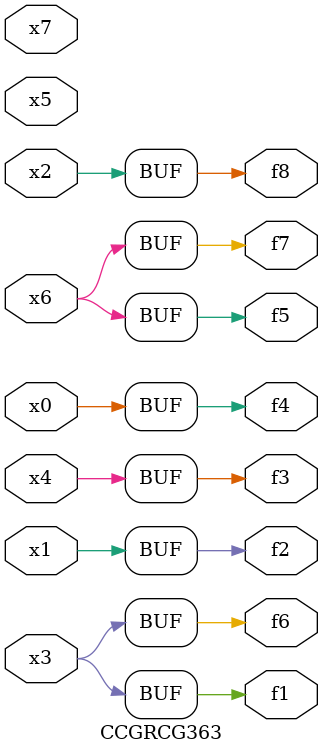
<source format=v>
module CCGRCG363(
	input x0, x1, x2, x3, x4, x5, x6, x7,
	output f1, f2, f3, f4, f5, f6, f7, f8
);
	assign f1 = x3;
	assign f2 = x1;
	assign f3 = x4;
	assign f4 = x0;
	assign f5 = x6;
	assign f6 = x3;
	assign f7 = x6;
	assign f8 = x2;
endmodule

</source>
